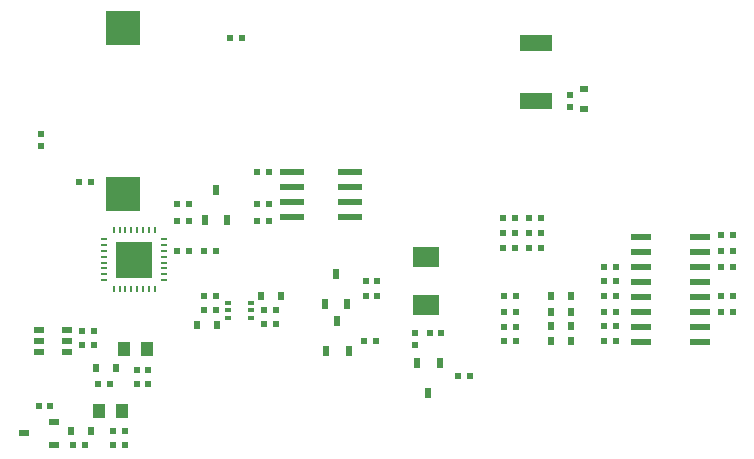
<source format=gbp>
G04*
G04 #@! TF.GenerationSoftware,Altium Limited,Altium Designer,21.9.2 (33)*
G04*
G04 Layer_Color=128*
%FSLAX43Y43*%
%MOMM*%
G71*
G04*
G04 #@! TF.SameCoordinates,9D24D331-474F-48DA-8462-8B92FA671CE3*
G04*
G04*
G04 #@! TF.FilePolarity,Positive*
G04*
G01*
G75*
%ADD26R,0.600X0.500*%
%ADD29R,0.600X0.950*%
%ADD30R,0.500X0.600*%
%ADD31R,2.150X0.600*%
%ADD37R,0.600X0.800*%
%ADD44R,0.950X0.600*%
%ADD47R,1.000X1.300*%
%ADD110R,1.750X0.600*%
%ADD111R,2.160X1.780*%
%ADD112R,2.800X1.400*%
%ADD113R,0.600X0.420*%
%ADD114R,0.800X0.600*%
%ADD115R,3.000X3.000*%
%ADD128R,0.599X0.199*%
%ADD129R,0.199X0.599*%
%ADD130R,3.049X3.049*%
D26*
X8900Y31600D02*
D03*
X7900D02*
D03*
X18500Y25758D02*
D03*
X19500D02*
D03*
X23000Y29700D02*
D03*
X24000D02*
D03*
X8400Y9300D02*
D03*
X7400D02*
D03*
X10800D02*
D03*
X11800D02*
D03*
X10800Y10500D02*
D03*
X11800D02*
D03*
X4500Y12600D02*
D03*
X5500D02*
D03*
X9500Y14500D02*
D03*
X10500D02*
D03*
X12800D02*
D03*
X13800D02*
D03*
X62300Y27100D02*
D03*
X63300D02*
D03*
Y25700D02*
D03*
X62300D02*
D03*
X63300Y21900D02*
D03*
X62300D02*
D03*
X63300Y24400D02*
D03*
X62300D02*
D03*
Y20600D02*
D03*
X63300D02*
D03*
X52400Y21900D02*
D03*
X53400D02*
D03*
Y20600D02*
D03*
X52400D02*
D03*
Y19400D02*
D03*
X53400D02*
D03*
X52400Y18100D02*
D03*
X53400D02*
D03*
Y24400D02*
D03*
X52400D02*
D03*
X53400Y23200D02*
D03*
X52400D02*
D03*
X44900Y21900D02*
D03*
X43900D02*
D03*
X44900Y20600D02*
D03*
X43900D02*
D03*
Y19300D02*
D03*
X44900D02*
D03*
X43900Y18100D02*
D03*
X44900D02*
D03*
X40985Y15148D02*
D03*
X39985D02*
D03*
X16200Y29700D02*
D03*
X17200D02*
D03*
Y28300D02*
D03*
X16200D02*
D03*
X43800Y26000D02*
D03*
X44800D02*
D03*
X43800Y28500D02*
D03*
X44800D02*
D03*
X43800Y27300D02*
D03*
X44800D02*
D03*
X47000Y26000D02*
D03*
X46000D02*
D03*
X47000Y28500D02*
D03*
X46000D02*
D03*
X47000Y27300D02*
D03*
X46000D02*
D03*
X38600Y18800D02*
D03*
X37600D02*
D03*
X8200Y19000D02*
D03*
X9200D02*
D03*
X23000Y32453D02*
D03*
X24000D02*
D03*
X20740Y43800D02*
D03*
X21740D02*
D03*
X33186Y23208D02*
D03*
X32186D02*
D03*
X33186Y21900D02*
D03*
X32186D02*
D03*
X12800Y15700D02*
D03*
X13800D02*
D03*
X33086Y18100D02*
D03*
X32086D02*
D03*
X9186Y17808D02*
D03*
X8186D02*
D03*
X17200Y25758D02*
D03*
X16200D02*
D03*
X24600Y19562D02*
D03*
X23600D02*
D03*
X18500Y20700D02*
D03*
X19500D02*
D03*
X24600D02*
D03*
X23600D02*
D03*
X24000Y28300D02*
D03*
X23000D02*
D03*
X19500Y21900D02*
D03*
X18500D02*
D03*
D29*
X37500Y13725D02*
D03*
X38450Y16275D02*
D03*
X36550D02*
D03*
X19500Y30875D02*
D03*
X18550Y28325D02*
D03*
X20450D02*
D03*
X29686Y23783D02*
D03*
X28736Y21233D02*
D03*
X30636D02*
D03*
X29786Y19783D02*
D03*
X28836Y17233D02*
D03*
X30736D02*
D03*
D30*
X4700Y34600D02*
D03*
Y35600D02*
D03*
X36400Y18800D02*
D03*
Y17800D02*
D03*
X49486Y38922D02*
D03*
Y37922D02*
D03*
D31*
X30825Y32453D02*
D03*
Y31183D02*
D03*
Y29913D02*
D03*
Y28643D02*
D03*
X25975Y32453D02*
D03*
Y31183D02*
D03*
Y29913D02*
D03*
Y28643D02*
D03*
D37*
X7250Y10500D02*
D03*
X8950D02*
D03*
X19574Y19500D02*
D03*
X17874D02*
D03*
X11050Y15800D02*
D03*
X9350D02*
D03*
X49550Y21900D02*
D03*
X47850D02*
D03*
Y18100D02*
D03*
X49550D02*
D03*
X47850Y20600D02*
D03*
X49550D02*
D03*
Y19400D02*
D03*
X47850D02*
D03*
X23336Y21908D02*
D03*
X25036D02*
D03*
D44*
X3225Y10300D02*
D03*
X5775Y9350D02*
D03*
Y11250D02*
D03*
X6875Y18100D02*
D03*
Y17150D02*
D03*
Y19050D02*
D03*
X4525D02*
D03*
Y18100D02*
D03*
Y17150D02*
D03*
D47*
X9650Y12200D02*
D03*
X11550D02*
D03*
X11750Y17400D02*
D03*
X13650D02*
D03*
D110*
X60500Y26945D02*
D03*
Y25675D02*
D03*
Y24405D02*
D03*
Y23135D02*
D03*
Y21865D02*
D03*
Y20595D02*
D03*
Y19325D02*
D03*
Y18055D02*
D03*
X55500Y25675D02*
D03*
Y24405D02*
D03*
Y23135D02*
D03*
Y21865D02*
D03*
Y20595D02*
D03*
Y19325D02*
D03*
Y18055D02*
D03*
Y26945D02*
D03*
D111*
X37300Y21140D02*
D03*
Y25200D02*
D03*
D112*
X46594Y43372D02*
D03*
Y38472D02*
D03*
D113*
X22450Y20700D02*
D03*
Y21350D02*
D03*
Y20050D02*
D03*
X20550Y21350D02*
D03*
Y20700D02*
D03*
Y20050D02*
D03*
D114*
X50686Y39460D02*
D03*
Y37760D02*
D03*
D115*
X11600Y30600D02*
D03*
Y44600D02*
D03*
D128*
X10075Y23258D02*
D03*
Y23758D02*
D03*
Y24258D02*
D03*
Y24758D02*
D03*
Y25258D02*
D03*
Y25758D02*
D03*
Y26258D02*
D03*
Y26758D02*
D03*
X15125D02*
D03*
Y26258D02*
D03*
Y25758D02*
D03*
Y25258D02*
D03*
Y24758D02*
D03*
Y24258D02*
D03*
Y23758D02*
D03*
Y23258D02*
D03*
D129*
X10850Y27533D02*
D03*
X11350D02*
D03*
X11850D02*
D03*
X12350D02*
D03*
X12850D02*
D03*
X13350D02*
D03*
X13850D02*
D03*
X14350D02*
D03*
Y22483D02*
D03*
X13850D02*
D03*
X13350D02*
D03*
X12850D02*
D03*
X12350D02*
D03*
X11850D02*
D03*
X11350D02*
D03*
X10850D02*
D03*
D130*
X12600Y25008D02*
D03*
M02*

</source>
